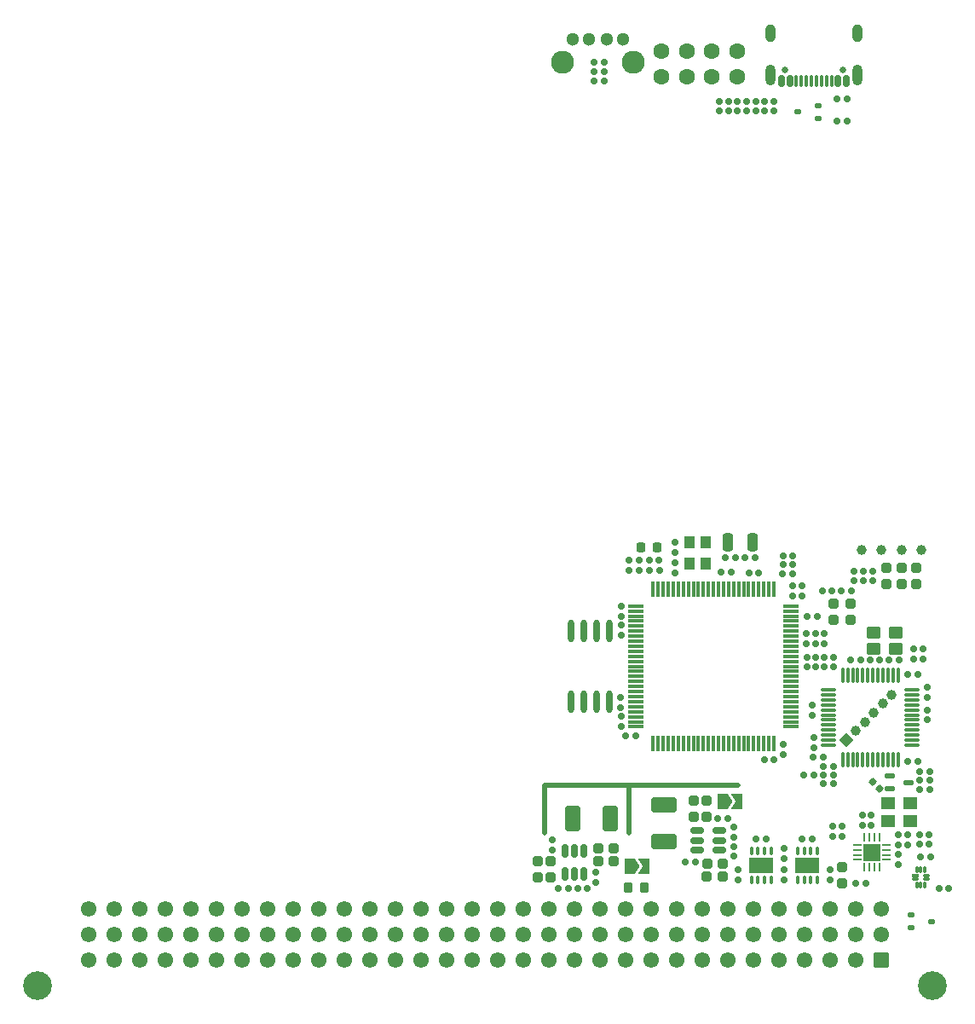
<source format=gbr>
%TF.GenerationSoftware,KiCad,Pcbnew,9.0.4-9.0.4-0~ubuntu24.04.1*%
%TF.CreationDate,2025-09-30T20:52:51+00:00*%
%TF.ProjectId,base-module,62617365-2d6d-46f6-9475-6c652e6b6963,1.1.1*%
%TF.SameCoordinates,Original*%
%TF.FileFunction,Soldermask,Top*%
%TF.FilePolarity,Negative*%
%FSLAX46Y46*%
G04 Gerber Fmt 4.6, Leading zero omitted, Abs format (unit mm)*
G04 Created by KiCad (PCBNEW 9.0.4-9.0.4-0~ubuntu24.04.1) date 2025-09-30 20:52:51*
%MOMM*%
%LPD*%
G01*
G04 APERTURE LIST*
G04 Aperture macros list*
%AMRoundRect*
0 Rectangle with rounded corners*
0 $1 Rounding radius*
0 $2 $3 $4 $5 $6 $7 $8 $9 X,Y pos of 4 corners*
0 Add a 4 corners polygon primitive as box body*
4,1,4,$2,$3,$4,$5,$6,$7,$8,$9,$2,$3,0*
0 Add four circle primitives for the rounded corners*
1,1,$1+$1,$2,$3*
1,1,$1+$1,$4,$5*
1,1,$1+$1,$6,$7*
1,1,$1+$1,$8,$9*
0 Add four rect primitives between the rounded corners*
20,1,$1+$1,$2,$3,$4,$5,0*
20,1,$1+$1,$4,$5,$6,$7,0*
20,1,$1+$1,$6,$7,$8,$9,0*
20,1,$1+$1,$8,$9,$2,$3,0*%
%AMRotRect*
0 Rectangle, with rotation*
0 The origin of the aperture is its center*
0 $1 length*
0 $2 width*
0 $3 Rotation angle, in degrees counterclockwise*
0 Add horizontal line*
21,1,$1,$2,0,0,$3*%
%AMFreePoly0*
4,1,6,1.000000,0.000000,0.500000,-0.750000,-0.500000,-0.750000,-0.500000,0.750000,0.500000,0.750000,1.000000,0.000000,1.000000,0.000000,$1*%
%AMFreePoly1*
4,1,6,0.500000,-0.750000,-0.650000,-0.750000,-0.150000,0.000000,-0.650000,0.750000,0.500000,0.750000,0.500000,-0.750000,0.500000,-0.750000,$1*%
G04 Aperture macros list end*
%ADD10C,0.500000*%
%ADD11RoundRect,0.250001X0.999999X-0.499999X0.999999X0.499999X-0.999999X0.499999X-0.999999X-0.499999X0*%
%ADD12FreePoly0,0.000000*%
%ADD13FreePoly1,0.000000*%
%ADD14RoundRect,0.159000X-0.159000X-0.189000X0.159000X-0.189000X0.159000X0.189000X-0.159000X0.189000X0*%
%ADD15RoundRect,0.159000X0.189000X-0.159000X0.189000X0.159000X-0.189000X0.159000X-0.189000X-0.159000X0*%
%ADD16C,1.000000*%
%ADD17RoundRect,0.159000X0.159000X0.189000X-0.159000X0.189000X-0.159000X-0.189000X0.159000X-0.189000X0*%
%ADD18C,1.600000*%
%ADD19RoundRect,0.159000X-0.189000X0.159000X-0.189000X-0.159000X0.189000X-0.159000X0.189000X0.159000X0*%
%ADD20RoundRect,0.220000X0.220000X0.255000X-0.220000X0.255000X-0.220000X-0.255000X0.220000X-0.255000X0*%
%ADD21RoundRect,0.239000X0.274000X-0.239000X0.274000X0.239000X-0.274000X0.239000X-0.274000X-0.239000X0*%
%ADD22C,1.300000*%
%ADD23C,2.286000*%
%ADD24RoundRect,0.025400X-0.331500X-0.112500X0.331500X-0.112500X0.331500X0.112500X-0.331500X0.112500X0*%
%ADD25RoundRect,0.025400X-0.281500X-0.112500X0.281500X-0.112500X0.281500X0.112500X-0.281500X0.112500X0*%
%ADD26RoundRect,0.025400X-0.112500X-0.281500X0.112500X-0.281500X0.112500X0.281500X-0.112500X0.281500X0*%
%ADD27RoundRect,0.244000X-0.269000X0.244000X-0.269000X-0.244000X0.269000X-0.244000X0.269000X0.244000X0*%
%ADD28RoundRect,0.150000X-0.512500X-0.150000X0.512500X-0.150000X0.512500X0.150000X-0.512500X0.150000X0*%
%ADD29RoundRect,0.239000X-0.274000X0.239000X-0.274000X-0.239000X0.274000X-0.239000X0.274000X0.239000X0*%
%ADD30RoundRect,0.244000X0.244000X0.269000X-0.244000X0.269000X-0.244000X-0.269000X0.244000X-0.269000X0*%
%ADD31RoundRect,0.250000X0.450000X0.350000X-0.450000X0.350000X-0.450000X-0.350000X0.450000X-0.350000X0*%
%ADD32RoundRect,0.075000X-0.075000X0.662500X-0.075000X-0.662500X0.075000X-0.662500X0.075000X0.662500X0*%
%ADD33RoundRect,0.075000X-0.662500X0.075000X-0.662500X-0.075000X0.662500X-0.075000X0.662500X0.075000X0*%
%ADD34C,0.650000*%
%ADD35RoundRect,0.150000X0.150000X0.425000X-0.150000X0.425000X-0.150000X-0.425000X0.150000X-0.425000X0*%
%ADD36RoundRect,0.075000X0.075000X0.500000X-0.075000X0.500000X-0.075000X-0.500000X0.075000X-0.500000X0*%
%ADD37O,1.000000X2.100000*%
%ADD38O,1.000000X1.800000*%
%ADD39RoundRect,0.112500X-0.237500X0.112500X-0.237500X-0.112500X0.237500X-0.112500X0.237500X0.112500X0*%
%ADD40R,1.100000X1.300000*%
%ADD41RoundRect,0.244000X-0.244000X-0.269000X0.244000X-0.269000X0.244000X0.269000X-0.244000X0.269000X0*%
%ADD42C,2.850000*%
%ADD43RoundRect,0.249999X0.525001X0.525001X-0.525001X0.525001X-0.525001X-0.525001X0.525001X-0.525001X0*%
%ADD44C,1.550000*%
%ADD45RoundRect,0.219000X-0.219000X-0.294000X0.219000X-0.294000X0.219000X0.294000X-0.219000X0.294000X0*%
%ADD46RoundRect,0.075000X-0.075000X0.350000X-0.075000X-0.350000X0.075000X-0.350000X0.075000X0.350000X0*%
%ADD47R,2.400000X1.600000*%
%ADD48RoundRect,0.250000X0.250000X-0.650000X0.250000X0.650000X-0.250000X0.650000X-0.250000X-0.650000X0*%
%ADD49RoundRect,0.159000X0.246073X0.021213X0.021213X0.246073X-0.246073X-0.021213X-0.021213X-0.246073X0*%
%ADD50R,1.400000X1.200000*%
%ADD51O,0.630000X2.250000*%
%ADD52RoundRect,0.250001X-0.499999X-0.999999X0.499999X-0.999999X0.499999X0.999999X-0.499999X0.999999X0*%
%ADD53RoundRect,0.062500X-0.062500X0.350000X-0.062500X-0.350000X0.062500X-0.350000X0.062500X0.350000X0*%
%ADD54RoundRect,0.062500X-0.350000X0.062500X-0.350000X-0.062500X0.350000X-0.062500X0.350000X0.062500X0*%
%ADD55R,1.700000X1.700000*%
%ADD56RoundRect,0.112500X0.237500X-0.112500X0.237500X0.112500X-0.237500X0.112500X-0.237500X-0.112500X0*%
%ADD57RoundRect,0.075000X-0.075000X0.725000X-0.075000X-0.725000X0.075000X-0.725000X0.075000X0.725000X0*%
%ADD58RoundRect,0.075000X-0.725000X0.075000X-0.725000X-0.075000X0.725000X-0.075000X0.725000X0.075000X0*%
%ADD59RoundRect,0.125000X0.345000X0.125000X-0.345000X0.125000X-0.345000X-0.125000X0.345000X-0.125000X0*%
%ADD60RoundRect,0.150000X-0.150000X0.512500X-0.150000X-0.512500X0.150000X-0.512500X0.150000X0.512500X0*%
%ADD61RotRect,1.000000X1.000000X315.000000*%
G04 APERTURE END LIST*
D10*
X114500000Y-128625000D02*
X95300000Y-128625000D01*
X95300000Y-133425000D02*
X95300000Y-128625000D01*
X103700000Y-133425000D02*
X103700000Y-128625000D01*
D11*
%TO.C,L301*%
X107120720Y-134271542D03*
X107120720Y-130571542D03*
%TD*%
D12*
%TO.C,JP300*%
X103725000Y-136675000D03*
D13*
X105175000Y-136675000D03*
%TD*%
D14*
%TO.C,C420*%
X115578000Y-107597001D03*
X116578000Y-107597001D03*
%TD*%
D15*
%TO.C,R415*%
X115350000Y-61724998D03*
X115350000Y-60725000D03*
%TD*%
D16*
%TO.C,TP302*%
X132750000Y-105325000D03*
%TD*%
D17*
%TO.C,C423*%
X106672000Y-106327001D03*
X105672000Y-106327001D03*
%TD*%
D18*
%TO.C,LED300*%
X106863600Y-55785000D03*
X109403600Y-55785000D03*
X106863600Y-58325000D03*
X109403600Y-58325000D03*
%TD*%
D15*
%TO.C,C406*%
X108204000Y-107589001D03*
X108204000Y-106589001D03*
%TD*%
D19*
%TO.C,R903*%
X126850000Y-131625000D03*
X126850000Y-132625000D03*
%TD*%
D17*
%TO.C,R308*%
X127200000Y-138375000D03*
X126200000Y-138375000D03*
%TD*%
D20*
%TO.C,FB401*%
X106462000Y-105057001D03*
X104882000Y-105057001D03*
%TD*%
D15*
%TO.C,C501*%
X119100000Y-138075000D03*
X119100000Y-137075000D03*
%TD*%
D14*
%TO.C,R716*%
X123000000Y-128525000D03*
X124000000Y-128525000D03*
%TD*%
D19*
%TO.C,R306*%
X114070720Y-132821542D03*
X114070720Y-133821542D03*
%TD*%
D21*
%TO.C,D301*%
X124850000Y-138365000D03*
X124850000Y-136785000D03*
%TD*%
D22*
%TO.C,BTN400*%
X103079415Y-54584163D03*
X101449415Y-54584163D03*
X99709415Y-54584163D03*
X98079415Y-54584163D03*
D23*
X104079415Y-56834163D03*
X97079415Y-56834163D03*
%TD*%
D19*
%TO.C,C427*%
X102870000Y-121829001D03*
X102870000Y-122829001D03*
%TD*%
D15*
%TO.C,C601*%
X114550000Y-138075000D03*
X114550000Y-137075000D03*
%TD*%
D17*
%TO.C,R301*%
X97650000Y-138871508D03*
X96650000Y-138871508D03*
%TD*%
D15*
%TO.C,R600*%
X119100000Y-135925000D03*
X119100000Y-134925000D03*
%TD*%
D19*
%TO.C,C400*%
X102870000Y-112734002D03*
X102870000Y-113734002D03*
%TD*%
D17*
%TO.C,C313*%
X114250000Y-106025000D03*
X113250000Y-106025000D03*
%TD*%
D14*
%TO.C,R801*%
X124350000Y-62675000D03*
X125350000Y-62675000D03*
%TD*%
D17*
%TO.C,C600*%
X117300000Y-134025000D03*
X116300000Y-134025000D03*
%TD*%
D14*
%TO.C,C314*%
X115200000Y-106025000D03*
X116200000Y-106025000D03*
%TD*%
D15*
%TO.C,R414*%
X114450000Y-61724998D03*
X114450000Y-60725000D03*
%TD*%
D24*
%TO.C,U801*%
X132131500Y-137600000D03*
D25*
X132081500Y-138000000D03*
D26*
X132250000Y-138568500D03*
X132650000Y-138568500D03*
X133050000Y-138568500D03*
D25*
X133218500Y-138000000D03*
X133218500Y-137600000D03*
D26*
X133050000Y-137031500D03*
X132650000Y-137031500D03*
X132250000Y-137031500D03*
%TD*%
D27*
%TO.C,C304*%
X94646542Y-136211059D03*
X94646542Y-137771059D03*
%TD*%
D19*
%TO.C,C305*%
X96090000Y-134071508D03*
X96090000Y-135071508D03*
%TD*%
D17*
%TO.C,R404*%
X119950000Y-107645000D03*
X118950000Y-107645000D03*
%TD*%
D15*
%TO.C,R416*%
X113550000Y-61724998D03*
X113550000Y-60725000D03*
%TD*%
D28*
%TO.C,U301*%
X110412500Y-133168050D03*
X110412500Y-134118050D03*
X110412500Y-135068050D03*
X112687500Y-135068050D03*
X112687500Y-134118050D03*
X112687500Y-133168050D03*
%TD*%
D17*
%TO.C,C500*%
X121900000Y-134025000D03*
X120900000Y-134025000D03*
%TD*%
D19*
%TO.C,R902*%
X127750000Y-131625000D03*
X127750000Y-132625000D03*
%TD*%
D21*
%TO.C,D400*%
X129240000Y-108665000D03*
X129240000Y-107085000D03*
%TD*%
D19*
%TO.C,R700*%
X121325000Y-115925000D03*
X121325000Y-116925000D03*
%TD*%
D14*
%TO.C,R405*%
X100228400Y-58685001D03*
X101228400Y-58685001D03*
%TD*%
D15*
%TO.C,R411*%
X126950000Y-108375000D03*
X126950000Y-107375000D03*
%TD*%
D19*
%TO.C,C410*%
X123100000Y-113600000D03*
X123100000Y-114600000D03*
%TD*%
D29*
%TO.C,D701*%
X125702000Y-110660000D03*
X125702000Y-112240000D03*
%TD*%
D17*
%TO.C,C422*%
X120888000Y-108867001D03*
X119888000Y-108867001D03*
%TD*%
D19*
%TO.C,R701*%
X124000000Y-115925000D03*
X124000000Y-116925000D03*
%TD*%
D17*
%TO.C,C424*%
X106680000Y-107343001D03*
X105680000Y-107343001D03*
%TD*%
%TO.C,C405*%
X120896000Y-109883001D03*
X119896000Y-109883001D03*
%TD*%
D30*
%TO.C,C301*%
X102180000Y-136171508D03*
X100620000Y-136171508D03*
%TD*%
D15*
%TO.C,C300*%
X100400000Y-138281508D03*
X100400000Y-137281508D03*
%TD*%
D21*
%TO.C,D402*%
X132240000Y-108665000D03*
X132240000Y-107085000D03*
%TD*%
D31*
%TO.C,Y700*%
X130150000Y-113525000D03*
X127950000Y-113525000D03*
X127950000Y-115125000D03*
X130150000Y-115125000D03*
%TD*%
D32*
%TO.C,U700*%
X130400000Y-117762500D03*
X129900000Y-117762500D03*
X129400000Y-117762500D03*
X128900000Y-117762500D03*
X128400000Y-117762500D03*
X127900000Y-117762500D03*
X127400000Y-117762500D03*
X126900000Y-117762500D03*
X126400000Y-117762500D03*
X125900000Y-117762500D03*
X125400000Y-117762500D03*
X124900000Y-117762500D03*
D33*
X123487500Y-119175000D03*
X123487500Y-119675000D03*
X123487500Y-120175000D03*
X123487500Y-120675000D03*
X123487500Y-121175000D03*
X123487500Y-121675000D03*
X123487500Y-122175000D03*
X123487500Y-122675000D03*
X123487500Y-123175000D03*
X123487500Y-123675000D03*
X123487500Y-124175000D03*
X123487500Y-124675000D03*
D32*
X124900000Y-126087500D03*
X125400000Y-126087500D03*
X125900000Y-126087500D03*
X126400000Y-126087500D03*
X126900000Y-126087500D03*
X127400000Y-126087500D03*
X127900000Y-126087500D03*
X128400000Y-126087500D03*
X128900000Y-126087500D03*
X129400000Y-126087500D03*
X129900000Y-126087500D03*
X130400000Y-126087500D03*
D33*
X131812500Y-124675000D03*
X131812500Y-124175000D03*
X131812500Y-123675000D03*
X131812500Y-123175000D03*
X131812500Y-122675000D03*
X131812500Y-122175000D03*
X131812500Y-121675000D03*
X131812500Y-121175000D03*
X131812500Y-120675000D03*
X131812500Y-120175000D03*
X131812500Y-119675000D03*
X131812500Y-119175000D03*
%TD*%
D14*
%TO.C,R707*%
X122850000Y-109375000D03*
X123850000Y-109375000D03*
%TD*%
D17*
%TO.C,C708*%
X128600000Y-116235000D03*
X127600000Y-116235000D03*
%TD*%
D19*
%TO.C,R705*%
X132900000Y-115125000D03*
X132900000Y-116125000D03*
%TD*%
%TO.C,R307*%
X114070720Y-134721542D03*
X114070720Y-135721542D03*
%TD*%
%TO.C,C425*%
X103640000Y-106343001D03*
X103640000Y-107343001D03*
%TD*%
D14*
%TO.C,R711*%
X132550000Y-128175000D03*
X133550000Y-128175000D03*
%TD*%
%TO.C,R710*%
X132550000Y-127275000D03*
X133550000Y-127275000D03*
%TD*%
%TO.C,R715*%
X123000000Y-127650000D03*
X124000000Y-127650000D03*
%TD*%
D19*
%TO.C,C801*%
X116250000Y-60725000D03*
X116250000Y-61725000D03*
%TD*%
D16*
%TO.C,TP300*%
X128750000Y-105325000D03*
%TD*%
D15*
%TO.C,C402*%
X102870000Y-111907001D03*
X102870000Y-110907001D03*
%TD*%
D12*
%TO.C,JP301*%
X112970720Y-130225000D03*
D13*
X114420720Y-130225000D03*
%TD*%
D34*
%TO.C,J800*%
X124940000Y-57640000D03*
X119160000Y-57640000D03*
D35*
X125250000Y-58715000D03*
X124450000Y-58715000D03*
D36*
X123300000Y-58715000D03*
X122300000Y-58715000D03*
X121800000Y-58715000D03*
X120800000Y-58715000D03*
D35*
X119650000Y-58715000D03*
X118850000Y-58715000D03*
X118850000Y-58715000D03*
X119650000Y-58715000D03*
D36*
X120300000Y-58715000D03*
X121300000Y-58715000D03*
X122800000Y-58715000D03*
X123800000Y-58715000D03*
D35*
X124450000Y-58715000D03*
X125250000Y-58715000D03*
D37*
X126370000Y-58140000D03*
D38*
X126370000Y-53960000D03*
D37*
X117730000Y-58140000D03*
D38*
X117730000Y-53960000D03*
%TD*%
D14*
%TO.C,C311*%
X109270720Y-136281542D03*
X110270720Y-136281542D03*
%TD*%
D16*
%TO.C,TP301*%
X130750000Y-105325000D03*
%TD*%
D39*
%TO.C,U402*%
X131707500Y-141512501D03*
X131707500Y-142812501D03*
X133707500Y-142162501D03*
%TD*%
D14*
%TO.C,C707*%
X129500000Y-116225000D03*
X130500000Y-116225000D03*
%TD*%
D19*
%TO.C,R901*%
X123900000Y-132725000D03*
X123900000Y-133725000D03*
%TD*%
D40*
%TO.C,Y400*%
X109665000Y-104515001D03*
X109665000Y-106615001D03*
X111315000Y-106615001D03*
X111315000Y-104515001D03*
%TD*%
D17*
%TO.C,R709*%
X133550000Y-129075000D03*
X132550000Y-129075000D03*
%TD*%
D19*
%TO.C,R805*%
X117150000Y-60725000D03*
X117150000Y-61725000D03*
%TD*%
%TO.C,R800*%
X118050000Y-60725000D03*
X118050000Y-61725000D03*
%TD*%
D41*
%TO.C,C310*%
X111420720Y-136481542D03*
X112980720Y-136481542D03*
%TD*%
D19*
%TO.C,R402*%
X122200000Y-113600000D03*
X122200000Y-114600000D03*
%TD*%
D15*
%TO.C,R702*%
X133300000Y-122175000D03*
X133300000Y-121175000D03*
%TD*%
D41*
%TO.C,C309*%
X111410271Y-137725000D03*
X112970271Y-137725000D03*
%TD*%
D15*
%TO.C,C900*%
X130450000Y-134575000D03*
X130450000Y-133575000D03*
%TD*%
D19*
%TO.C,C404*%
X118975000Y-124600000D03*
X118975000Y-125600000D03*
%TD*%
%TO.C,R802*%
X132550000Y-133525000D03*
X132550000Y-134525000D03*
%TD*%
%TO.C,C432*%
X108204000Y-104557001D03*
X108204000Y-105557001D03*
%TD*%
D14*
%TO.C,C701*%
X131350000Y-117625000D03*
X132350000Y-117625000D03*
%TD*%
D17*
%TO.C,R300*%
X99550000Y-138871508D03*
X98550000Y-138871508D03*
%TD*%
D42*
%TO.C,J200*%
X133820000Y-148515000D03*
X44920000Y-148515000D03*
D43*
X128740000Y-145975000D03*
D44*
X126200000Y-145975000D03*
X123660000Y-145975000D03*
X121120000Y-145975000D03*
X118580000Y-145975000D03*
X116040000Y-145975000D03*
X113500000Y-145975000D03*
X110960000Y-145975000D03*
X108420000Y-145975000D03*
X105880000Y-145975000D03*
X103340000Y-145975000D03*
X100800000Y-145975000D03*
X98260000Y-145975000D03*
X95720000Y-145975000D03*
X93180000Y-145975000D03*
X90640000Y-145975000D03*
X88100000Y-145975000D03*
X85560000Y-145975000D03*
X83020000Y-145975000D03*
X80480000Y-145975000D03*
X77940000Y-145975000D03*
X75400000Y-145975000D03*
X72860000Y-145975000D03*
X70320000Y-145975000D03*
X67780000Y-145975000D03*
X65240000Y-145975000D03*
X62700000Y-145975000D03*
X60160000Y-145975000D03*
X57620000Y-145975000D03*
X55080000Y-145975000D03*
X52540000Y-145975000D03*
X50000000Y-145975000D03*
X128740000Y-143435000D03*
X126200000Y-143435000D03*
X123660000Y-143435000D03*
X121120000Y-143435000D03*
X118580000Y-143435000D03*
X116040000Y-143435000D03*
X113500000Y-143435000D03*
X110960000Y-143435000D03*
X108420000Y-143435000D03*
X105880000Y-143435000D03*
X103340000Y-143435000D03*
X100800000Y-143435000D03*
X98260000Y-143435000D03*
X95720000Y-143435000D03*
X93180000Y-143435000D03*
X90640000Y-143435000D03*
X88100000Y-143435000D03*
X85560000Y-143435000D03*
X83020000Y-143435000D03*
X80480000Y-143435000D03*
X77940000Y-143435000D03*
X75400000Y-143435000D03*
X72860000Y-143435000D03*
X70320000Y-143435000D03*
X67780000Y-143435000D03*
X65240000Y-143435000D03*
X62700000Y-143435000D03*
X60160000Y-143435000D03*
X57620000Y-143435000D03*
X55080000Y-143435000D03*
X52540000Y-143435000D03*
X50000000Y-143435000D03*
X128740000Y-140895000D03*
X126200000Y-140895000D03*
X123660000Y-140895000D03*
X121120000Y-140895000D03*
X118580000Y-140895000D03*
X116040000Y-140895000D03*
X113500000Y-140895000D03*
X110960000Y-140895000D03*
X108420000Y-140895000D03*
X105880000Y-140895000D03*
X103340000Y-140895000D03*
X100800000Y-140895000D03*
X98260000Y-140895000D03*
X95720000Y-140895000D03*
X93180000Y-140895000D03*
X90640000Y-140895000D03*
X88100000Y-140895000D03*
X85560000Y-140895000D03*
X83020000Y-140895000D03*
X80480000Y-140895000D03*
X77940000Y-140895000D03*
X75400000Y-140895000D03*
X72860000Y-140895000D03*
X70320000Y-140895000D03*
X67780000Y-140895000D03*
X65240000Y-140895000D03*
X62700000Y-140895000D03*
X60160000Y-140895000D03*
X57620000Y-140895000D03*
X55080000Y-140895000D03*
X52540000Y-140895000D03*
X50000000Y-140895000D03*
%TD*%
D14*
%TO.C,C700*%
X122000000Y-125875000D03*
X123000000Y-125875000D03*
%TD*%
D15*
%TO.C,R500*%
X123650000Y-138075000D03*
X123650000Y-137075000D03*
%TD*%
D19*
%TO.C,C704*%
X133290000Y-118922500D03*
X133290000Y-119922500D03*
%TD*%
D15*
%TO.C,C902*%
X131350000Y-134575000D03*
X131350000Y-133575000D03*
%TD*%
D14*
%TO.C,C312*%
X132650000Y-135775000D03*
X133650000Y-135775000D03*
%TD*%
D15*
%TO.C,C702*%
X122010000Y-124927500D03*
X122010000Y-123927500D03*
%TD*%
D19*
%TO.C,R706*%
X131950000Y-115125000D03*
X131950000Y-116125000D03*
%TD*%
D15*
%TO.C,R803*%
X133450000Y-134525000D03*
X133450000Y-133525000D03*
%TD*%
D27*
%TO.C,C307*%
X110108674Y-130191542D03*
X110108674Y-131751542D03*
%TD*%
D17*
%TO.C,C306*%
X113480720Y-131971542D03*
X112480720Y-131971542D03*
%TD*%
D15*
%TO.C,R401*%
X121300000Y-114600000D03*
X121300000Y-113600000D03*
%TD*%
D45*
%TO.C,F300*%
X103580000Y-138775000D03*
X105220000Y-138775000D03*
%TD*%
D14*
%TO.C,R714*%
X123000000Y-126775000D03*
X124000000Y-126775000D03*
%TD*%
D19*
%TO.C,R900*%
X124800000Y-132725000D03*
X124800000Y-133725000D03*
%TD*%
D46*
%TO.C,U600*%
X117775000Y-135175000D03*
X117125000Y-135175000D03*
X116475000Y-135175000D03*
X115825000Y-135175000D03*
X115825000Y-138075000D03*
X116475000Y-138075000D03*
X117125000Y-138075000D03*
X117775000Y-138075000D03*
D47*
X116800000Y-136625000D03*
%TD*%
D48*
%TO.C,X300*%
X113475000Y-104550000D03*
X115975000Y-104550000D03*
%TD*%
D17*
%TO.C,R406*%
X101228400Y-56885001D03*
X100228400Y-56885001D03*
%TD*%
D15*
%TO.C,R412*%
X126050000Y-108375000D03*
X126050000Y-107375000D03*
%TD*%
%TO.C,C706*%
X122200000Y-116925000D03*
X122200000Y-115925000D03*
%TD*%
D14*
%TO.C,C800*%
X124350000Y-60525000D03*
X125350000Y-60525000D03*
%TD*%
D30*
%TO.C,C302*%
X102180000Y-134909462D03*
X100620000Y-134909462D03*
%TD*%
D14*
%TO.C,C401*%
X112825000Y-107475000D03*
X113825000Y-107475000D03*
%TD*%
%TO.C,C705*%
X125700000Y-116235000D03*
X126700000Y-116235000D03*
%TD*%
D49*
%TO.C,R712*%
X128553553Y-129028553D03*
X127846447Y-128321447D03*
%TD*%
D19*
%TO.C,R708*%
X121900000Y-120675000D03*
X121900000Y-121675000D03*
%TD*%
D17*
%TO.C,C403*%
X104325000Y-123750000D03*
X103325000Y-123750000D03*
%TD*%
D15*
%TO.C,R410*%
X127850000Y-108375000D03*
X127850000Y-107375000D03*
%TD*%
D50*
%TO.C,Y900*%
X131600000Y-130475000D03*
X129400000Y-130475000D03*
X129400000Y-132175000D03*
X131600000Y-132175000D03*
%TD*%
D46*
%TO.C,U500*%
X122375000Y-135175000D03*
X121725000Y-135175000D03*
X121075000Y-135175000D03*
X120425000Y-135175000D03*
X120425000Y-138075000D03*
X121075000Y-138075000D03*
X121725000Y-138075000D03*
X122375000Y-138075000D03*
D47*
X121400000Y-136625000D03*
%TD*%
D16*
%TO.C,TP400*%
X126750000Y-105325000D03*
%TD*%
D14*
%TO.C,R713*%
X124750000Y-109375000D03*
X125750000Y-109375000D03*
%TD*%
%TO.C,C415*%
X118960000Y-105865000D03*
X119960000Y-105865000D03*
%TD*%
D51*
%TO.C,U100*%
X101705000Y-113320000D03*
X100435000Y-113320000D03*
X99155000Y-113320000D03*
X97885000Y-113320000D03*
X97885000Y-120380000D03*
X99155000Y-120380000D03*
X100435000Y-120380000D03*
X101705000Y-120380000D03*
%TD*%
D21*
%TO.C,D700*%
X123952000Y-112240000D03*
X123952000Y-110660000D03*
%TD*%
D52*
%TO.C,L300*%
X98100000Y-131921508D03*
X101800000Y-131921508D03*
%TD*%
D15*
%TO.C,C100*%
X102850000Y-120925000D03*
X102850000Y-119925000D03*
%TD*%
D53*
%TO.C,U302*%
X128550000Y-133850000D03*
X128050000Y-133850000D03*
X127550000Y-133850000D03*
X127050000Y-133850000D03*
D54*
X126337500Y-134562500D03*
X126337500Y-135062500D03*
X126337500Y-135562500D03*
X126337500Y-136062500D03*
D53*
X127050000Y-136775000D03*
X127550000Y-136775000D03*
X128050000Y-136775000D03*
X128550000Y-136775000D03*
D54*
X129262500Y-136062500D03*
X129262500Y-135562500D03*
X129262500Y-135062500D03*
X129262500Y-134562500D03*
D55*
X127800000Y-135312500D03*
%TD*%
D56*
%TO.C,U401*%
X122470000Y-62435001D03*
X122470000Y-61135001D03*
X120470000Y-61785001D03*
%TD*%
D19*
%TO.C,C426*%
X104656000Y-106335001D03*
X104656000Y-107335001D03*
%TD*%
D14*
%TO.C,C703*%
X131350000Y-126275000D03*
X132350000Y-126275000D03*
%TD*%
D21*
%TO.C,D401*%
X130750000Y-108665000D03*
X130750000Y-107085000D03*
%TD*%
D57*
%TO.C,U400*%
X118065000Y-109175000D03*
X117565000Y-109175000D03*
X117065000Y-109175000D03*
X116565000Y-109175000D03*
X116065000Y-109175000D03*
X115565000Y-109175000D03*
X115065000Y-109175000D03*
X114565000Y-109175000D03*
X114065000Y-109175000D03*
X113565000Y-109175000D03*
X113065000Y-109175000D03*
X112565000Y-109175000D03*
X112065000Y-109175000D03*
X111565000Y-109175000D03*
X111065000Y-109175000D03*
X110565000Y-109175000D03*
X110065000Y-109175000D03*
X109565000Y-109175000D03*
X109065000Y-109175000D03*
X108565000Y-109175000D03*
X108065000Y-109175000D03*
X107565000Y-109175000D03*
X107065000Y-109175000D03*
X106565000Y-109175000D03*
X106065000Y-109175000D03*
D58*
X104390000Y-110850000D03*
X104390000Y-111350000D03*
X104390000Y-111850000D03*
X104390000Y-112350000D03*
X104390000Y-112850000D03*
X104390000Y-113350000D03*
X104390000Y-113850000D03*
X104390000Y-114350000D03*
X104390000Y-114850000D03*
X104390000Y-115350000D03*
X104390000Y-115850000D03*
X104390000Y-116350000D03*
X104390000Y-116850000D03*
X104390000Y-117350000D03*
X104390000Y-117850000D03*
X104390000Y-118350000D03*
X104390000Y-118850000D03*
X104390000Y-119350000D03*
X104390000Y-119850000D03*
X104390000Y-120350000D03*
X104390000Y-120850000D03*
X104390000Y-121350000D03*
X104390000Y-121850000D03*
X104390000Y-122350000D03*
X104390000Y-122850000D03*
D57*
X106065000Y-124525000D03*
X106565000Y-124525000D03*
X107065000Y-124525000D03*
X107565000Y-124525000D03*
X108065000Y-124525000D03*
X108565000Y-124525000D03*
X109065000Y-124525000D03*
X109565000Y-124525000D03*
X110065000Y-124525000D03*
X110565000Y-124525000D03*
X111065000Y-124525000D03*
X111565000Y-124525000D03*
X112065000Y-124525000D03*
X112565000Y-124525000D03*
X113065000Y-124525000D03*
X113565000Y-124525000D03*
X114065000Y-124525000D03*
X114565000Y-124525000D03*
X115065000Y-124525000D03*
X115565000Y-124525000D03*
X116065000Y-124525000D03*
X116565000Y-124525000D03*
X117065000Y-124525000D03*
X117565000Y-124525000D03*
X118065000Y-124525000D03*
D58*
X119740000Y-122850000D03*
X119740000Y-122350000D03*
X119740000Y-121850000D03*
X119740000Y-121350000D03*
X119740000Y-120850000D03*
X119740000Y-120350000D03*
X119740000Y-119850000D03*
X119740000Y-119350000D03*
X119740000Y-118850000D03*
X119740000Y-118350000D03*
X119740000Y-117850000D03*
X119740000Y-117350000D03*
X119740000Y-116850000D03*
X119740000Y-116350000D03*
X119740000Y-115850000D03*
X119740000Y-115350000D03*
X119740000Y-114850000D03*
X119740000Y-114350000D03*
X119740000Y-113850000D03*
X119740000Y-113350000D03*
X119740000Y-112850000D03*
X119740000Y-112350000D03*
X119740000Y-111850000D03*
X119740000Y-111350000D03*
X119740000Y-110850000D03*
%TD*%
D17*
%TO.C,R403*%
X119960000Y-106765000D03*
X118960000Y-106765000D03*
%TD*%
D15*
%TO.C,R703*%
X123100000Y-116925000D03*
X123100000Y-115925000D03*
%TD*%
D27*
%TO.C,C308*%
X111370720Y-130191542D03*
X111370720Y-131751542D03*
%TD*%
D15*
%TO.C,R407*%
X112650000Y-61725000D03*
X112650000Y-60725000D03*
%TD*%
D14*
%TO.C,C434*%
X121354999Y-111850000D03*
X122354999Y-111850000D03*
%TD*%
D59*
%TO.C,Q700*%
X129600000Y-127725000D03*
X129600000Y-129025000D03*
X131400000Y-128375000D03*
%TD*%
D19*
%TO.C,C904*%
X130450000Y-135525000D03*
X130450000Y-136525000D03*
%TD*%
D14*
%TO.C,C421*%
X117094000Y-126139001D03*
X118094000Y-126139001D03*
%TD*%
D17*
%TO.C,C416*%
X101228400Y-57785001D03*
X100228400Y-57785001D03*
%TD*%
D14*
%TO.C,R804*%
X134450000Y-138925000D03*
X135450000Y-138925000D03*
%TD*%
D60*
%TO.C,U300*%
X99203492Y-135213288D03*
X98253492Y-135213288D03*
X97303492Y-135213288D03*
X97303492Y-137488288D03*
X98253492Y-137488288D03*
X99203492Y-137488288D03*
%TD*%
D27*
%TO.C,C303*%
X95890000Y-136221508D03*
X95890000Y-137781508D03*
%TD*%
D18*
%TO.C,LED301*%
X111913600Y-55785000D03*
X114453600Y-55785000D03*
X111913600Y-58325000D03*
X114453600Y-58325000D03*
%TD*%
D14*
%TO.C,R704*%
X121050000Y-127650000D03*
X122050000Y-127650000D03*
%TD*%
D61*
%TO.C,J3*%
X125295923Y-124154077D03*
D16*
X126193949Y-123256051D03*
X127091974Y-122358026D03*
X127990000Y-121460000D03*
X128888025Y-120561975D03*
X129786051Y-119663949D03*
%TD*%
M02*

</source>
